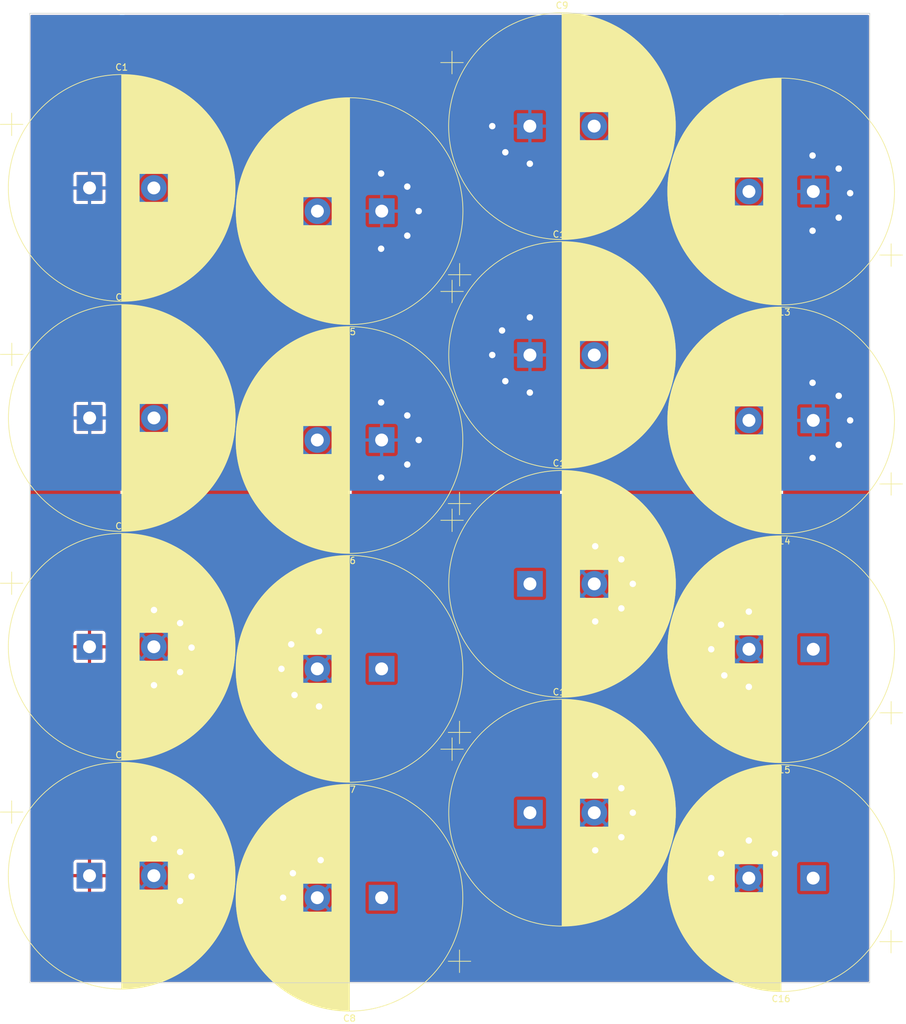
<source format=kicad_pcb>
(kicad_pcb (version 20221018) (generator pcbnew)
  (layers (0 "F.Cu" signal) (31 "B.Cu" signal) (34 "B.Paste" user) (35 "F.Paste" user) (36 "B.SilkS" user "B.Silkscreen") (37 "F.SilkS" user "F.Silkscreen") (38 "B.Mask" user) (39 "F.Mask" user) (44 "Edge.Cuts" user))
  (net 0 "")
  (net 1 "+")
  (net 2 "GND")
  (footprint "Capacitor_THT:CP_Radial_D35.0mm_P10.00mm_SnapIn" (layer "F.Cu") (at 153.274499 88.9 180)
    (fp_text reference "C14" (at 5 -18.75) (layer "F.SilkS"))
    (fp_text value "0,33F 16V")
    (pad "1" thru_hole rect (at 0 0 180) (size 4 4) (drill 2) (layers "*.Cu" "*.Mask") (net 1 "+"))
    (pad "2" thru_hole circle (at 10 0 180) (size 4 4) (drill 2) (layers "*.Cu" "*.Mask") (net 2 "GND"))
  )
  (footprint "Capacitor_THT:CP_Radial_D35.0mm_P10.00mm_SnapIn" (layer "F.Cu") (at 109.234501 78.74)
    (fp_text reference "C10" (at 5 -18.75) (layer "F.SilkS"))
    (fp_text value "0,33F 16V")
    (pad "1" thru_hole rect (at 0 0) (size 4 4) (drill 2) (layers "*.Cu" "*.Mask") (net 1 "+"))
    (pad "2" thru_hole circle (at 10 0) (size 4 4) (drill 2) (layers "*.Cu" "*.Mask") (net 2 "GND"))
  )
  (footprint "Capacitor_THT:CP_Radial_D35.0mm_P10.00mm_SnapIn" (layer "F.Cu") (at 109.22 43.18)
    (fp_text reference "C9" (at 5 -18.75) (layer "F.SilkS"))
    (fp_text value "0,33F 16V")
    (pad "1" thru_hole rect (at 0 0) (size 4 4) (drill 2) (layers "*.Cu" "*.Mask") (net 1 "+"))
    (pad "2" thru_hole circle (at 10 0) (size 4 4) (drill 2) (layers "*.Cu" "*.Mask") (net 2 "GND"))
  )
  (footprint "Capacitor_THT:CP_Radial_D35.0mm_P10.00mm_SnapIn" (layer "F.Cu") (at 86.181501 91.948 180)
    (fp_text reference "C6" (at 5 -18.75) (layer "F.SilkS"))
    (fp_text value "0,33F 16V")
    (pad "1" thru_hole rect (at 0 0 180) (size 4 4) (drill 2) (layers "*.Cu" "*.Mask") (net 1 "+"))
    (pad "2" thru_hole circle (at 10 0 180) (size 4 4) (drill 2) (layers "*.Cu" "*.Mask") (net 2 "GND"))
  )
  (footprint "Capacitor_THT:CP_Radial_D35.0mm_P10.00mm_SnapIn" (layer "F.Cu") (at 153.256 160.02 180)
    (fp_text reference "C16" (at 5 -18.75) (layer "F.SilkS"))
    (fp_text value "0,33F 16V")
    (pad "1" thru_hole rect (at 0 0 180) (size 4 4) (drill 2) (layers "*.Cu" "*.Mask") (net 1 "+"))
    (pad "2" thru_hole circle (at 10 0 180) (size 4 4) (drill 2) (layers "*.Cu" "*.Mask") (net 2 "GND"))
  )
  (footprint "Capacitor_THT:CP_Radial_D35.0mm_P10.00mm_SnapIn" (layer "F.Cu") (at 40.781501 159.639)
    (fp_text reference "C4" (at 5 -18.75) (layer "F.SilkS"))
    (fp_text value "0,33F 16V")
    (pad "1" thru_hole rect (at 0 0) (size 4 4) (drill 2) (layers "*.Cu" "*.Mask") (net 1 "+"))
    (pad "2" thru_hole circle (at 10 0) (size 4 4) (drill 2) (layers "*.Cu" "*.Mask") (net 2 "GND"))
  )
  (footprint "Capacitor_THT:CP_Radial_D35.0mm_P10.00mm_SnapIn" (layer "F.Cu") (at 86.181501 127.508 180)
    (fp_text reference "C7" (at 5 -18.75) (layer "F.SilkS"))
    (fp_text value "0,33F 16V")
    (pad "1" thru_hole rect (at 0 0 180) (size 4 4) (drill 2) (layers "*.Cu" "*.Mask") (net 1 "+"))
    (pad "2" thru_hole circle (at 10 0 180) (size 4 4) (drill 2) (layers "*.Cu" "*.Mask") (net 2 "GND"))
  )
  (footprint "Capacitor_THT:CP_Radial_D35.0mm_P10.00mm_SnapIn" (layer "F.Cu") (at 153.274499 53.34 180)
    (fp_text reference "C13" (at 5 -18.75) (layer "F.SilkS"))
    (fp_text value "0,33F 16V")
    (pad "1" thru_hole rect (at 0 0 180) (size 4 4) (drill 2) (layers "*.Cu" "*.Mask") (net 1 "+"))
    (pad "2" thru_hole circle (at 10 0 180) (size 4 4) (drill 2) (layers "*.Cu" "*.Mask") (net 2 "GND"))
  )
  (footprint "Capacitor_THT:CP_Radial_D35.0mm_P10.00mm_SnapIn" (layer "F.Cu") (at 40.781501 124.079)
    (fp_text reference "C3" (at 5 -18.75) (layer "F.SilkS"))
    (fp_text value "0,33F 16V")
    (pad "1" thru_hole rect (at 0 0) (size 4 4) (drill 2) (layers "*.Cu" "*.Mask") (net 1 "+"))
    (pad "2" thru_hole circle (at 10 0) (size 4 4) (drill 2) (layers "*.Cu" "*.Mask") (net 2 "GND"))
  )
  (footprint "Capacitor_THT:CP_Radial_D35.0mm_P10.00mm_SnapIn" (layer "F.Cu") (at 109.234501 149.86)
    (fp_text reference "C12" (at 5 -18.75) (layer "F.SilkS"))
    (fp_text value "0,33F 16V")
    (pad "1" thru_hole rect (at 0 0) (size 4 4) (drill 2) (layers "*.Cu" "*.Mask") (net 1 "+"))
    (pad "2" thru_hole circle (at 10 0) (size 4 4) (drill 2) (layers "*.Cu" "*.Mask") (net 2 "GND"))
  )
  (footprint "Capacitor_THT:CP_Radial_D35.0mm_P10.00mm_SnapIn" (layer "F.Cu") (at 86.2 56.388 180)
    (fp_text reference "C5" (at 5 -18.75) (layer "F.SilkS"))
    (fp_text value "0,33F 16V")
    (pad "1" thru_hole rect (at 0 0 180) (size 4 4) (drill 2) (layers "*.Cu" "*.Mask") (net 1 "+"))
    (pad "2" thru_hole circle (at 10 0 180) (size 4 4) (drill 2) (layers "*.Cu" "*.Mask") (net 2 "GND"))
  )
  (footprint "Capacitor_THT:CP_Radial_D35.0mm_P10.00mm_SnapIn" (layer "F.Cu") (at 86.181501 163.068 180)
    (fp_text reference "C8" (at 5 -18.75) (layer "F.SilkS"))
    (fp_text value "0,33F 16V")
    (pad "1" thru_hole rect (at 0 0 180) (size 4 4) (drill 2) (layers "*.Cu" "*.Mask") (net 1 "+"))
    (pad "2" thru_hole circle (at 10 0 180) (size 4 4) (drill 2) (layers "*.Cu" "*.Mask") (net 2 "GND"))
  )
  (footprint "Capacitor_THT:CP_Radial_D35.0mm_P10.00mm_SnapIn" (layer "F.Cu") (at 153.274499 124.46 180)
    (fp_text reference "C15" (at 5 -18.75) (layer "F.SilkS"))
    (fp_text value "0,33F 16V")
    (pad "1" thru_hole rect (at 0 0 180) (size 4 4) (drill 2) (layers "*.Cu" "*.Mask") (net 1 "+"))
    (pad "2" thru_hole circle (at 10 0 180) (size 4 4) (drill 2) (layers "*.Cu" "*.Mask") (net 2 "GND"))
  )
  (footprint "Capacitor_THT:CP_Radial_D35.0mm_P10.00mm_SnapIn" (layer "F.Cu") (at 109.234501 114.3)
    (fp_text reference "C11" (at 5 -18.75) (layer "F.SilkS"))
    (fp_text value "0,33F 16V")
    (pad "1" thru_hole rect (at 0 0) (size 4 4) (drill 2) (layers "*.Cu" "*.Mask") (net 1 "+"))
    (pad "2" thru_hole circle (at 10 0) (size 4 4) (drill 2) (layers "*.Cu" "*.Mask") (net 2 "GND"))
  )
  (footprint "Capacitor_THT:CP_Radial_D35.0mm_P10.00mm_SnapIn" (layer "F.Cu") (at 40.781501 52.783)
    (fp_text reference "C1" (at 5 -18.75) (layer "F.SilkS"))
    (fp_text value "0,33F 16V")
    (pad "1" thru_hole rect (at 0 0) (size 4 4) (drill 2) (layers "*.Cu" "*.Mask") (net 1 "+"))
    (pad "2" thru_hole circle (at 10 0) (size 4 4) (drill 2) (layers "*.Cu" "*.Mask") (net 2 "GND"))
  )
  (footprint "Capacitor_THT:CP_Radial_D35.0mm_P10.00mm_SnapIn" (layer "F.Cu") (at 40.8 88.519)
    (fp_text reference "C2" (at 5 -18.75) (layer "F.SilkS"))
    (fp_text value "0,33F 16V")
    (pad "1" thru_hole rect (at 0 0) (size 4 4) (drill 2) (layers "*.Cu" "*.Mask") (net 1 "+"))
    (pad "2" thru_hole circle (at 10 0) (size 4 4) (drill 2) (layers "*.Cu" "*.Mask") (net 2 "GND"))
  )
  (gr_line (start 162.052 25.654) (end 162.052 176.276) (stroke (width 0.1)) (layer "Edge.Cuts"))
  (gr_line (start 31.496 176.276) (end 31.496 25.654) (stroke (width 0.1)) (layer "Edge.Cuts"))
  (gr_line (start 31.496 25.654) (end 162.052 25.654) (stroke (width 0.1)) (layer "Edge.Cuts"))
  (gr_line (start 162.052 176.276) (end 31.496 176.276) (stroke (width 0.1)) (layer "Edge.Cuts"))
  (via (at 159.004 88.9) (size 1.2) (drill 1) (layers "F.Cu" "B.Cu") (net 1))
  (via (at 109.22 49.022) (size 1.2) (drill 1) (layers "F.Cu" "B.Cu") (net 1))
  (via (at 90.17 60.198) (size 1.2) (drill 1) (layers "F.Cu" "B.Cu") (net 1))
  (via (at 109.22 72.898) (size 1.2) (drill 1) (layers "F.Cu" "B.Cu") (net 1))
  (via (at 105.41 82.804) (size 1.2) (drill 1) (layers "F.Cu" "B.Cu") (net 1))
  (via (at 153.162 59.436) (size 1.2) (drill 1) (layers "F.Cu" "B.Cu") (net 1))
  (via (at 104.902 74.93) (size 1.2) (drill 1) (layers "F.Cu" "B.Cu") (net 1))
  (via (at 90.17 95.758) (size 1.2) (drill 1) (layers "F.Cu" "B.Cu") (net 1))
  (via (at 86.106 50.546) (size 1.2) (drill 1) (layers "F.Cu" "B.Cu") (net 1))
  (via (at 86.106 62.23) (size 1.2) (drill 1) (layers "F.Cu" "B.Cu") (net 1))
  (via (at 159.004 53.594) (size 1.2) (drill 1) (layers "F.Cu" "B.Cu") (net 1))
  (via (at 109.22 84.582) (size 1.2) (drill 1) (layers "F.Cu" "B.Cu") (net 1))
  (via (at 157.226 92.71) (size 1.2) (drill 1) (layers "F.Cu" "B.Cu") (net 1))
  (via (at 86.106 86.106) (size 1.2) (drill 1) (layers "F.Cu" "B.Cu") (net 1))
  (via (at 103.378 43.18) (size 1.2) (drill 1) (layers "F.Cu" "B.Cu") (net 1))
  (via (at 157.226 57.404) (size 1.2) (drill 1) (layers "F.Cu" "B.Cu") (net 1))
  (via (at 157.226 85.09) (size 1.2) (drill 1) (layers "F.Cu" "B.Cu") (net 1))
  (via (at 86.106 97.79) (size 1.2) (drill 1) (layers "F.Cu" "B.Cu") (net 1))
  (via (at 91.948 56.388) (size 1.2) (drill 1) (layers "F.Cu" "B.Cu") (net 1))
  (via (at 153.162 94.742) (size 1.2) (drill 1) (layers "F.Cu" "B.Cu") (net 1))
  (via (at 90.17 88.138) (size 1.2) (drill 1) (layers "F.Cu" "B.Cu") (net 1))
  (via (at 153.162 83.058) (size 1.2) (drill 1) (layers "F.Cu" "B.Cu") (net 1))
  (via (at 153.162 47.752) (size 1.2) (drill 1) (layers "F.Cu" "B.Cu") (net 1))
  (via (at 157.226 49.784) (size 1.2) (drill 1) (layers "F.Cu" "B.Cu") (net 1))
  (via (at 105.41 47.244) (size 1.2) (drill 1) (layers "F.Cu" "B.Cu") (net 1))
  (via (at 90.17 52.578) (size 1.2) (drill 1) (layers "F.Cu" "B.Cu") (net 1))
  (via (at 91.948 91.948) (size 1.2) (drill 1) (layers "F.Cu" "B.Cu") (net 1))
  (via (at 103.378 78.74) (size 1.2) (drill 1) (layers "F.Cu" "B.Cu") (net 1))
  (via (at 119.38 144.018) (size 1.2) (drill 1) (layers "F.Cu" "B.Cu") (net 2))
  (via (at 138.938 120.65) (size 1.2) (drill 1) (layers "F.Cu" "B.Cu") (net 2))
  (via (at 138.938 156.21) (size 1.2) (drill 1) (layers "F.Cu" "B.Cu") (net 2))
  (via (at 123.444 153.67) (size 1.2) (drill 1) (layers "F.Cu" "B.Cu") (net 2))
  (via (at 143.256 130.302) (size 1.2) (drill 1) (layers "F.Cu" "B.Cu") (net 2))
  (via (at 123.444 146.05) (size 1.2) (drill 1) (layers "F.Cu" "B.Cu") (net 2))
  (via (at 54.864 120.396) (size 1.2) (drill 1) (layers "F.Cu" "B.Cu") (net 2))
  (via (at 143.256 118.618) (size 1.2) (drill 1) (layers "F.Cu" "B.Cu") (net 2))
  (via (at 76.708 157.226) (size 1.2) (drill 1) (layers "F.Cu" "B.Cu") (net 2))
  (via (at 119.38 120.142) (size 1.2) (drill 1) (layers "F.Cu" "B.Cu") (net 2))
  (via (at 70.612 127.508) (size 1.2) (drill 1) (layers "F.Cu" "B.Cu") (net 2))
  (via (at 54.864 163.576) (size 1.2) (drill 1) (layers "F.Cu" "B.Cu") (net 2))
  (via (at 125.222 114.3) (size 1.2) (drill 1) (layers "F.Cu" "B.Cu") (net 2))
  (via (at 143.256 154.178) (size 1.2) (drill 1) (layers "F.Cu" "B.Cu") (net 2))
  (via (at 54.864 128.016) (size 1.2) (drill 1) (layers "F.Cu" "B.Cu") (net 2))
  (via (at 70.866 163.068) (size 1.2) (drill 1) (layers "F.Cu" "B.Cu") (net 2))
  (via (at 119.38 108.458) (size 1.2) (drill 1) (layers "F.Cu" "B.Cu") (net 2))
  (via (at 137.414 160.02) (size 1.2) (drill 1) (layers "F.Cu" "B.Cu") (net 2))
  (via (at 72.644 131.572) (size 1.2) (drill 1) (layers "F.Cu" "B.Cu") (net 2))
  (via (at 123.444 110.49) (size 1.2) (drill 1) (layers "F.Cu" "B.Cu") (net 2))
  (via (at 54.864 155.956) (size 1.2) (drill 1) (layers "F.Cu" "B.Cu") (net 2))
  (via (at 50.8 118.364) (size 1.2) (drill 1) (layers "F.Cu" "B.Cu") (net 2))
  (via (at 123.444 118.11) (size 1.2) (drill 1) (layers "F.Cu" "B.Cu") (net 2))
  (via (at 125.222 149.86) (size 1.2) (drill 1) (layers "F.Cu" "B.Cu") (net 2))
  (via (at 50.8 153.924) (size 1.2) (drill 1) (layers "F.Cu" "B.Cu") (net 2))
  (via (at 56.642 124.206) (size 1.2) (drill 1) (layers "F.Cu" "B.Cu") (net 2))
  (via (at 50.8 130.048) (size 1.2) (drill 1) (layers "F.Cu" "B.Cu") (net 2))
  (via (at 76.454 133.35) (size 1.2) (drill 1) (layers "F.Cu" "B.Cu") (net 2))
  (via (at 76.454 121.666) (size 1.2) (drill 1) (layers "F.Cu" "B.Cu") (net 2))
  (via (at 72.136 123.698) (size 1.2) (drill 1) (layers "F.Cu" "B.Cu") (net 2))
  (via (at 147.32 156.21) (size 1.2) (drill 1) (layers "F.Cu" "B.Cu") (net 2))
  (via (at 139.446 128.524) (size 1.2) (drill 1) (layers "F.Cu" "B.Cu") (net 2))
  (via (at 56.642 159.766) (size 1.2) (drill 1) (layers "F.Cu" "B.Cu") (net 2))
  (via (at 72.39 159.258) (size 1.2) (drill 1) (layers "F.Cu" "B.Cu") (net 2))
  (via (at 119.38 155.702) (size 1.2) (drill 1) (layers "F.Cu" "B.Cu") (net 2))
  (via (at 137.414 124.46) (size 1.2) (drill 1) (layers "F.Cu" "B.Cu") (net 2))
  (zone (net 2) (net_name "GND") (layer "F.Cu") (priority 2) (connect_pads (clearance 0.5)) (min_thickness 0.25) (fill yes (thermal_gap 0.5) (thermal_bridge_width 0.5))
    (polygon (pts (xy 114.3 39.116) (xy 81.026 39.116) (xy 81.026 25.908) (xy 114.3 25.908)))
  )
  (zone (net 1) (net_name "+") (layer "F.Cu") (priority 7) (connect_pads (clearance 0.5)) (min_thickness 0.25) (fill yes (thermal_gap 0.5) (thermal_bridge_width 0.5))
    (polygon (pts (xy 161.925 176.149) (xy 50.292 176.149) (xy 50.292 166.624) (xy 110.871 166.624) (xy 114.046 163.449) (xy 149.225 163.449)))
  )
  (zone (net 2) (net_name "GND") (layer "F.Cu") (connect_pads yes (clearance 0.5)) (min_thickness 0.25) (fill yes (thermal_gap 0.5) (thermal_bridge_width 0.5))
    (polygon (pts (xy 148.209 163.068) (xy 148.209 25.908) (xy 114.427 25.908) (xy 114.427 157.607) (xy 119.888 163.068)))
  )
  (zone (net 2) (net_name "GND") (layer "F.Cu") (priority 1) (connect_pads yes (clearance 0.5)) (min_thickness 0.25) (fill yes (thermal_gap 0.5) (thermal_bridge_width 0.5))
    (polygon (pts (xy 81.026 166.116) (xy 81.026 25.908) (xy 45.974 25.908) (xy 45.974 161.798) (xy 50.292 166.116)))
  )
  (zone (net 1) (net_name "+") (layer "F.Cu") (priority 8) (connect_pads (clearance 0.5)) (min_thickness 0.25) (fill yes (thermal_gap 0.5) (thermal_bridge_width 0.5))
    (polygon (pts (xy 119.761 163.449) (xy 113.919 163.449) (xy 113.919 157.607)))
  )
  (zone (net 2) (net_name "GND") (layer "F.Cu") (priority 3) (connect_pads (clearance 0.5)) (min_thickness 0.25) (fill yes (thermal_gap 0.5) (thermal_bridge_width 0.5))
    (polygon (pts (xy 81.026 39.116) (xy 81.026 50.419) (xy 103.632 39.116)))
  )
  (zone (net 1) (net_name "+") (layer "F.Cu") (priority 5) (connect_pads yes (clearance 0.5)) (min_thickness 0.25) (fill yes (thermal_gap 0.5) (thermal_bridge_width 0.5))
    (polygon (pts (xy 81.534 50.670823) (xy 81.534 176.022) (xy 81.661 176.149) (xy 113.919 176.149) (xy 113.919 39.624) (xy 103.502115 39.624)))
  )
  (zone (net 1) (net_name "+") (layer "F.Cu") (priority 4) (connect_pads (clearance 0.5)) (min_thickness 0.25) (fill yes (thermal_gap 0.5) (thermal_bridge_width 0.5))
    (polygon (pts (xy 45.593 25.908) (xy 45.593 161.925) (xy 50.292 166.624) (xy 50.292 176.149) (xy 31.623 176.149) (xy 31.623 25.908)))
  )
  (zone (net 1) (net_name "+") (layer "F.Cu") (priority 6) (connect_pads yes (clearance 0.5)) (min_thickness 0.25) (fill yes (thermal_gap 0.5) (thermal_bridge_width 0.5))
    (polygon (pts (xy 148.59 25.908) (xy 161.925 25.908) (xy 161.925 176.149) (xy 155.194 169.418) (xy 148.59 163.449)))
  )
  (zone (net 1) (net_name "+") (layer "B.Cu") (priority 10) (connect_pads (clearance 0.5)) (min_thickness 0.25) (fill yes (thermal_gap 0.5) (thermal_bridge_width 0.5) (island_removal_mode 1) (island_area_min 10))
    (polygon (pts (xy 161.925 99.822) (xy 161.925 25.908) (xy 31.623 25.908) (xy 31.623 99.822)))
  )
  (zone (net 2) (net_name "GND") (layer "B.Cu") (priority 9) (connect_pads (clearance 0.5)) (min_thickness 0.25) (fill yes (thermal_gap 0.5) (thermal_bridge_width 0.5) (island_removal_mode 1) (island_area_min 10))
    (polygon (pts (xy 161.925 176.149) (xy 31.623 176.149) (xy 31.623 100.076) (xy 161.925 100.076)))
  )
)
</source>
